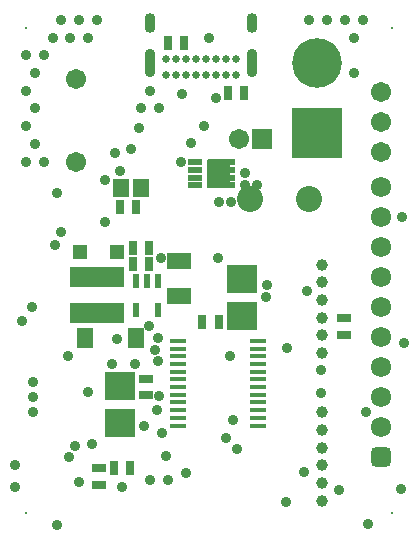
<source format=gbr>
%TF.GenerationSoftware,Altium Limited,Altium Designer,26.2.0 (7)*%
G04 Layer_Color=16711935*
%FSLAX45Y45*%
%MOMM*%
%TF.SameCoordinates,1220A514-1184-4156-BF0E-9310A74DF62C*%
%TF.FilePolarity,Negative*%
%TF.FileFunction,Soldermask,Bot*%
%TF.Part,Single*%
G01*
G75*
%TA.AperFunction,ComponentPad*%
%ADD28C,1.00000*%
%ADD30C,0.65000*%
G04:AMPARAMS|DCode=32|XSize=0.9mm|YSize=2.4mm|CornerRadius=0.45mm|HoleSize=0mm|Usage=FLASHONLY|Rotation=180.000|XOffset=0mm|YOffset=0mm|HoleType=Round|Shape=RoundedRectangle|*
%AMROUNDEDRECTD32*
21,1,0.90000,1.50000,0,0,180.0*
21,1,0.00000,2.40000,0,0,180.0*
1,1,0.90000,0.00000,0.75000*
1,1,0.90000,0.00000,0.75000*
1,1,0.90000,0.00000,-0.75000*
1,1,0.90000,0.00000,-0.75000*
%
%ADD32ROUNDEDRECTD32*%
G04:AMPARAMS|DCode=33|XSize=0.9mm|YSize=1.7mm|CornerRadius=0.45mm|HoleSize=0mm|Usage=FLASHONLY|Rotation=180.000|XOffset=0mm|YOffset=0mm|HoleType=Round|Shape=RoundedRectangle|*
%AMROUNDEDRECTD33*
21,1,0.90000,0.80000,0,0,180.0*
21,1,0.00000,1.70000,0,0,180.0*
1,1,0.90000,0.00000,0.40000*
1,1,0.90000,0.00000,0.40000*
1,1,0.90000,0.00000,-0.40000*
1,1,0.90000,0.00000,-0.40000*
%
%ADD33ROUNDEDRECTD33*%
%TA.AperFunction,SMDPad,CuDef*%
%ADD37R,1.45000X0.40000*%
%ADD39R,0.60000X1.20000*%
%ADD44R,1.15000X1.22000*%
%ADD53R,1.20320X0.80320*%
%ADD56R,0.80320X1.20320*%
%TA.AperFunction,ComponentPad*%
%ADD63C,1.70320*%
%ADD64C,4.20320*%
%ADD65R,4.20320X4.20320*%
%ADD66C,2.20320*%
%ADD67R,1.70320X1.70320*%
G04:AMPARAMS|DCode=68|XSize=1.7232mm|YSize=1.7232mm|CornerRadius=0.4816mm|HoleSize=0mm|Usage=FLASHONLY|Rotation=90.000|XOffset=0mm|YOffset=0mm|HoleType=Round|Shape=RoundedRectangle|*
%AMROUNDEDRECTD68*
21,1,1.72320,0.76000,0,0,90.0*
21,1,0.76000,1.72320,0,0,90.0*
1,1,0.96320,0.38000,0.38000*
1,1,0.96320,0.38000,-0.38000*
1,1,0.96320,-0.38000,-0.38000*
1,1,0.96320,-0.38000,0.38000*
%
%ADD68ROUNDEDRECTD68*%
%ADD69C,1.72320*%
%TA.AperFunction,WasherPad*%
%ADD70R,0.20320X0.20320*%
%TA.AperFunction,ViaPad*%
%ADD71C,0.90320*%
%TA.AperFunction,SMDPad,CuDef*%
%ADD72R,0.96320X0.60820*%
%ADD73R,2.55320X2.40320*%
%ADD74R,2.00320X1.35320*%
%ADD75R,1.40320X1.60320*%
%ADD76R,1.40320X1.72320*%
%ADD77R,1.19320X0.60820*%
%ADD78R,4.60320X1.70320*%
G36*
X11620079Y10217594D02*
X11621385Y10217335D01*
X11622646Y10216907D01*
X11623841Y10216317D01*
X11624948Y10215577D01*
X11625949Y10214699D01*
X11626827Y10213698D01*
X11627567Y10212591D01*
X11628157Y10211396D01*
X11628585Y10210135D01*
X11628844Y10208829D01*
X11628932Y10207500D01*
Y9982500D01*
X11628844Y9981171D01*
X11628585Y9979865D01*
X11628157Y9978604D01*
X11627567Y9977409D01*
X11626827Y9976302D01*
X11625949Y9975300D01*
X11624948Y9974422D01*
X11623841Y9973682D01*
X11622646Y9973093D01*
X11621385Y9972665D01*
X11620079Y9972405D01*
X11618750Y9972318D01*
X11446250D01*
X11444921Y9972405D01*
X11443614Y9972665D01*
X11442353Y9973093D01*
X11441159Y9973682D01*
X11440051Y9974422D01*
X11439050Y9975300D01*
X11438172Y9976302D01*
X11437432Y9977409D01*
X11436843Y9978604D01*
X11436415Y9979865D01*
X11436155Y9981171D01*
X11436068Y9982500D01*
Y10207500D01*
X11436155Y10208829D01*
X11436415Y10210135D01*
X11436843Y10211396D01*
X11437432Y10212591D01*
X11438172Y10213698D01*
X11439050Y10214699D01*
X11440051Y10215577D01*
X11441159Y10216317D01*
X11442353Y10216907D01*
X11443614Y10217335D01*
X11444921Y10217594D01*
X11446250Y10217682D01*
X11618750D01*
X11620079Y10217594D01*
D02*
G37*
D28*
X12402500Y8077500D02*
D03*
Y7927500D02*
D03*
Y7777500D02*
D03*
Y7327500D02*
D03*
Y7627500D02*
D03*
Y7477500D02*
D03*
Y9327501D02*
D03*
Y9177501D02*
D03*
Y9027501D02*
D03*
Y8577500D02*
D03*
Y8877500D02*
D03*
Y8727500D02*
D03*
D30*
X11680000Y10935000D02*
D03*
X11085000D02*
D03*
Y11070000D02*
D03*
X11680000D02*
D03*
X11595000D02*
D03*
X11510000D02*
D03*
X11425000D02*
D03*
X11340000D02*
D03*
X11255000D02*
D03*
X11170000D02*
D03*
Y10935000D02*
D03*
X11255000D02*
D03*
X11340000D02*
D03*
X11425000D02*
D03*
X11510000D02*
D03*
X11595000D02*
D03*
D32*
X10950000Y11033000D02*
D03*
X11815000D02*
D03*
D33*
X10950000Y11371000D02*
D03*
X11815000D02*
D03*
D37*
X11187500Y8680000D02*
D03*
Y8030000D02*
D03*
Y7965000D02*
D03*
Y8160000D02*
D03*
Y8550000D02*
D03*
Y8225000D02*
D03*
Y8615000D02*
D03*
Y8485000D02*
D03*
Y8095000D02*
D03*
X11867500Y8615000D02*
D03*
Y8680000D02*
D03*
Y8355000D02*
D03*
Y8420000D02*
D03*
Y8550000D02*
D03*
Y8485000D02*
D03*
Y8160000D02*
D03*
Y8095000D02*
D03*
X11187500Y8290000D02*
D03*
Y8420000D02*
D03*
Y8355000D02*
D03*
X11867500Y7965000D02*
D03*
Y8030000D02*
D03*
Y8225000D02*
D03*
Y8290000D02*
D03*
D39*
X11019999Y8945000D02*
D03*
Y9185000D02*
D03*
X10924999D02*
D03*
X10829999D02*
D03*
Y8945000D02*
D03*
D44*
X10360000Y9435000D02*
D03*
X10670000D02*
D03*
D53*
X12590000Y8732500D02*
D03*
Y8872500D02*
D03*
X10917500Y8360000D02*
D03*
Y8220000D02*
D03*
X10522500Y7462500D02*
D03*
Y7602500D02*
D03*
D56*
X11392500Y8840000D02*
D03*
X10785000Y7602500D02*
D03*
X10832500Y9817500D02*
D03*
X11532500Y8840000D02*
D03*
X10945000Y9470000D02*
D03*
Y9330000D02*
D03*
X11100000Y11202500D02*
D03*
X11747700Y10777700D02*
D03*
X10645000Y7602500D02*
D03*
X11607700Y10777700D02*
D03*
X11240000Y11202500D02*
D03*
X10805000Y9330000D02*
D03*
Y9470000D02*
D03*
X10692500Y9817500D02*
D03*
D63*
X10325000Y10200000D02*
D03*
Y10900000D02*
D03*
X12902499Y10537500D02*
D03*
Y10283500D02*
D03*
Y10791500D02*
D03*
X11700000Y10387500D02*
D03*
D64*
X12365000Y11037500D02*
D03*
D65*
Y10437500D02*
D03*
D66*
X12300000Y9882500D02*
D03*
X11800000D02*
D03*
D67*
X11900000Y10387500D02*
D03*
D68*
X12902499Y7697500D02*
D03*
D69*
Y9729500D02*
D03*
Y8713500D02*
D03*
Y8459500D02*
D03*
Y9221500D02*
D03*
Y9475500D02*
D03*
Y9983500D02*
D03*
Y8967500D02*
D03*
Y7951500D02*
D03*
Y8205500D02*
D03*
D70*
X9902500Y11327500D02*
D03*
X13002499Y7227500D02*
D03*
X9902500D02*
D03*
X13002499Y11327500D02*
D03*
D71*
X11857500Y10005000D02*
D03*
X11757500D02*
D03*
Y10105000D02*
D03*
X11535000Y9855000D02*
D03*
X11635000D02*
D03*
X11652500Y8012500D02*
D03*
X11010000Y8095000D02*
D03*
X10989226Y8603020D02*
D03*
X11027500Y8215000D02*
D03*
X11015000Y8710000D02*
D03*
X11017500Y8507500D02*
D03*
X11050000Y7900000D02*
D03*
X12400000Y8435000D02*
D03*
X11099997Y7499998D02*
D03*
X12599996Y11399997D02*
D03*
X12749996D02*
D03*
X9899997Y10799997D02*
D03*
X11624996Y8549997D02*
D03*
X10949997Y10799997D02*
D03*
X10424997Y8249997D02*
D03*
X9899997Y10199997D02*
D03*
X10874997Y10649997D02*
D03*
X10199997Y11399997D02*
D03*
X12299996D02*
D03*
X9899997Y10499997D02*
D03*
Y11099997D02*
D03*
X12674996Y11249997D02*
D03*
X10499997Y11399997D02*
D03*
X11024996Y10649997D02*
D03*
X10424997Y11249997D02*
D03*
X9974997Y10649997D02*
D03*
X10949997Y7499998D02*
D03*
X12674996Y10949997D02*
D03*
X10049997Y10199997D02*
D03*
X10124997Y11249997D02*
D03*
X10049997Y11099997D02*
D03*
X9974997Y10949997D02*
D03*
X10349997Y11399997D02*
D03*
X10199997Y9599997D02*
D03*
X10274997Y11249997D02*
D03*
X9974997Y10349997D02*
D03*
X12449996Y11399997D02*
D03*
X10570000Y10042500D02*
D03*
X10692500Y10120000D02*
D03*
X10902500Y7960000D02*
D03*
X11507500Y10735000D02*
D03*
X10160000Y9932500D02*
D03*
X10147500Y9492500D02*
D03*
X10567500Y9690000D02*
D03*
X11042500Y9382500D02*
D03*
X10940000Y8805000D02*
D03*
X10667500Y8700000D02*
D03*
X10260000Y8552500D02*
D03*
X10265000Y7695000D02*
D03*
X10345000Y7490000D02*
D03*
X10625000Y8485000D02*
D03*
X10820000D02*
D03*
X12255000Y7567500D02*
D03*
X12547500Y7415000D02*
D03*
X12780000Y8080000D02*
D03*
X12400000Y8237500D02*
D03*
X12277500Y9107500D02*
D03*
X12112500Y8620000D02*
D03*
X11932500Y9052500D02*
D03*
X11522500Y9387500D02*
D03*
X11945000Y9157500D02*
D03*
X13087500Y9732500D02*
D03*
X11447500Y11242500D02*
D03*
X11410000Y10500000D02*
D03*
X11300000Y10360000D02*
D03*
X11210000Y10192500D02*
D03*
X11225000Y10772500D02*
D03*
X10855000Y10482500D02*
D03*
X10790000Y10307500D02*
D03*
X9865000Y8850000D02*
D03*
X13097501Y8667500D02*
D03*
X13075000Y7430000D02*
D03*
X12797500Y7132500D02*
D03*
X9810000Y7445000D02*
D03*
X10165000Y7125000D02*
D03*
X10715000Y7445000D02*
D03*
X9810000Y7632500D02*
D03*
X11255000Y7565000D02*
D03*
X9962500Y8330000D02*
D03*
Y8207500D02*
D03*
X12102500Y7315000D02*
D03*
X10462500Y7805000D02*
D03*
X10317500Y7787500D02*
D03*
X11085000Y7705000D02*
D03*
X9947500Y8970000D02*
D03*
X11685000Y7770000D02*
D03*
X9962500Y8082500D02*
D03*
X10655000Y10272499D02*
D03*
X11590000Y7857500D02*
D03*
D72*
X11629500Y10192500D02*
D03*
Y10127500D02*
D03*
Y10062500D02*
D03*
Y9997500D02*
D03*
D73*
X11732500Y9208500D02*
D03*
X10700000Y8300000D02*
D03*
Y7988000D02*
D03*
X11732500Y8896500D02*
D03*
D74*
X11200000Y9065000D02*
D03*
Y9355000D02*
D03*
D75*
X10877500Y9980000D02*
D03*
X10707500D02*
D03*
D76*
X10828500Y8705000D02*
D03*
X10396500D02*
D03*
D77*
X11332500Y9997500D02*
D03*
Y10062500D02*
D03*
Y10127500D02*
D03*
Y10192500D02*
D03*
D78*
X10505000Y8915000D02*
D03*
Y9220000D02*
D03*
%TF.MD5,c5b6114f5862cffbb04a5281c65234da*%
M02*

</source>
